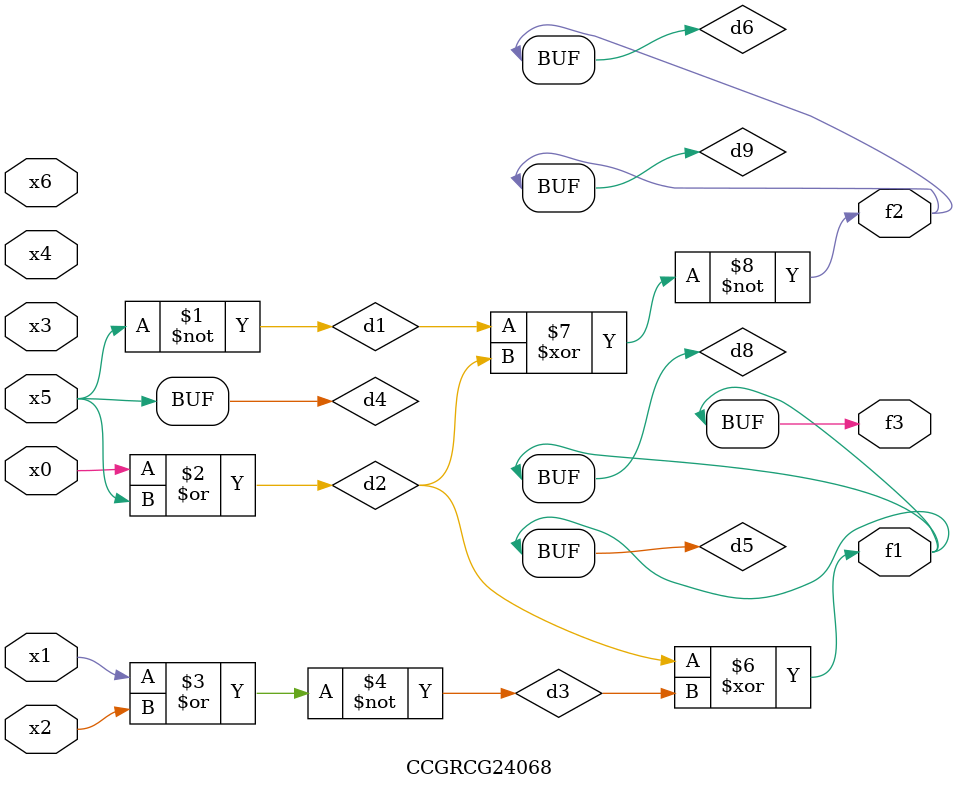
<source format=v>
module CCGRCG24068(
	input x0, x1, x2, x3, x4, x5, x6,
	output f1, f2, f3
);

	wire d1, d2, d3, d4, d5, d6, d7, d8, d9;

	nand (d1, x5);
	or (d2, x0, x5);
	nor (d3, x1, x2);
	xnor (d4, d1);
	xor (d5, d2, d3);
	xnor (d6, d1, d2);
	not (d7, x4);
	buf (d8, d5);
	xor (d9, d6);
	assign f1 = d8;
	assign f2 = d9;
	assign f3 = d8;
endmodule

</source>
